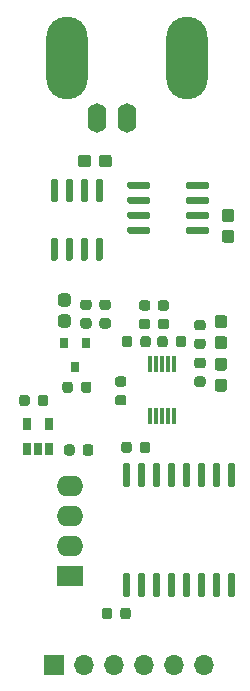
<source format=gbr>
%TF.GenerationSoftware,KiCad,Pcbnew,(5.1.10)-1*%
%TF.CreationDate,2021-07-01T21:18:45-05:00*%
%TF.ProjectId,orpMeter,6f72704d-6574-4657-922e-6b696361645f,A0*%
%TF.SameCoordinates,Original*%
%TF.FileFunction,Soldermask,Top*%
%TF.FilePolarity,Negative*%
%FSLAX46Y46*%
G04 Gerber Fmt 4.6, Leading zero omitted, Abs format (unit mm)*
G04 Created by KiCad (PCBNEW (5.1.10)-1) date 2021-07-01 21:18:45*
%MOMM*%
%LPD*%
G01*
G04 APERTURE LIST*
%ADD10O,3.500000X7.000000*%
%ADD11O,1.600000X2.500000*%
%ADD12R,0.300000X1.400000*%
%ADD13R,0.800000X0.900000*%
%ADD14O,2.250000X1.750000*%
%ADD15R,2.250000X1.750000*%
%ADD16R,0.650000X1.060000*%
%ADD17R,1.700000X1.700000*%
%ADD18O,1.700000X1.700000*%
G04 APERTURE END LIST*
D10*
%TO.C,J1*%
X136398000Y-93421200D03*
X146558000Y-93421200D03*
D11*
X141478000Y-98501200D03*
X138938000Y-98501200D03*
%TD*%
%TO.C,C1*%
G36*
G01*
X147931850Y-118065000D02*
X147419350Y-118065000D01*
G75*
G02*
X147200600Y-117846250I0J218750D01*
G01*
X147200600Y-117408750D01*
G75*
G02*
X147419350Y-117190000I218750J0D01*
G01*
X147931850Y-117190000D01*
G75*
G02*
X148150600Y-117408750I0J-218750D01*
G01*
X148150600Y-117846250D01*
G75*
G02*
X147931850Y-118065000I-218750J0D01*
G01*
G37*
G36*
G01*
X147931850Y-116490000D02*
X147419350Y-116490000D01*
G75*
G02*
X147200600Y-116271250I0J218750D01*
G01*
X147200600Y-115833750D01*
G75*
G02*
X147419350Y-115615000I218750J0D01*
G01*
X147931850Y-115615000D01*
G75*
G02*
X148150600Y-115833750I0J-218750D01*
G01*
X148150600Y-116271250D01*
G75*
G02*
X147931850Y-116490000I-218750J0D01*
G01*
G37*
%TD*%
%TO.C,C3*%
G36*
G01*
X147419350Y-120390400D02*
X147931850Y-120390400D01*
G75*
G02*
X148150600Y-120609150I0J-218750D01*
G01*
X148150600Y-121046650D01*
G75*
G02*
X147931850Y-121265400I-218750J0D01*
G01*
X147419350Y-121265400D01*
G75*
G02*
X147200600Y-121046650I0J218750D01*
G01*
X147200600Y-120609150D01*
G75*
G02*
X147419350Y-120390400I218750J0D01*
G01*
G37*
G36*
G01*
X147419350Y-118815400D02*
X147931850Y-118815400D01*
G75*
G02*
X148150600Y-119034150I0J-218750D01*
G01*
X148150600Y-119471650D01*
G75*
G02*
X147931850Y-119690400I-218750J0D01*
G01*
X147419350Y-119690400D01*
G75*
G02*
X147200600Y-119471650I0J218750D01*
G01*
X147200600Y-119034150D01*
G75*
G02*
X147419350Y-118815400I218750J0D01*
G01*
G37*
%TD*%
%TO.C,C5*%
G36*
G01*
X144063000Y-117705850D02*
X144063000Y-117193350D01*
G75*
G02*
X144281750Y-116974600I218750J0D01*
G01*
X144719250Y-116974600D01*
G75*
G02*
X144938000Y-117193350I0J-218750D01*
G01*
X144938000Y-117705850D01*
G75*
G02*
X144719250Y-117924600I-218750J0D01*
G01*
X144281750Y-117924600D01*
G75*
G02*
X144063000Y-117705850I0J218750D01*
G01*
G37*
G36*
G01*
X145638000Y-117705850D02*
X145638000Y-117193350D01*
G75*
G02*
X145856750Y-116974600I218750J0D01*
G01*
X146294250Y-116974600D01*
G75*
G02*
X146513000Y-117193350I0J-218750D01*
G01*
X146513000Y-117705850D01*
G75*
G02*
X146294250Y-117924600I-218750J0D01*
G01*
X145856750Y-117924600D01*
G75*
G02*
X145638000Y-117705850I0J218750D01*
G01*
G37*
%TD*%
%TO.C,C6*%
G36*
G01*
X141940800Y-117193350D02*
X141940800Y-117705850D01*
G75*
G02*
X141722050Y-117924600I-218750J0D01*
G01*
X141284550Y-117924600D01*
G75*
G02*
X141065800Y-117705850I0J218750D01*
G01*
X141065800Y-117193350D01*
G75*
G02*
X141284550Y-116974600I218750J0D01*
G01*
X141722050Y-116974600D01*
G75*
G02*
X141940800Y-117193350I0J-218750D01*
G01*
G37*
G36*
G01*
X143515800Y-117193350D02*
X143515800Y-117705850D01*
G75*
G02*
X143297050Y-117924600I-218750J0D01*
G01*
X142859550Y-117924600D01*
G75*
G02*
X142640800Y-117705850I0J218750D01*
G01*
X142640800Y-117193350D01*
G75*
G02*
X142859550Y-116974600I218750J0D01*
G01*
X143297050Y-116974600D01*
G75*
G02*
X143515800Y-117193350I0J-218750D01*
G01*
G37*
%TD*%
%TO.C,C7*%
G36*
G01*
X149788199Y-106195200D02*
X150338201Y-106195200D01*
G75*
G02*
X150588200Y-106445199I0J-249999D01*
G01*
X150588200Y-107070201D01*
G75*
G02*
X150338201Y-107320200I-249999J0D01*
G01*
X149788199Y-107320200D01*
G75*
G02*
X149538200Y-107070201I0J249999D01*
G01*
X149538200Y-106445199D01*
G75*
G02*
X149788199Y-106195200I249999J0D01*
G01*
G37*
G36*
G01*
X149788199Y-107970200D02*
X150338201Y-107970200D01*
G75*
G02*
X150588200Y-108220199I0J-249999D01*
G01*
X150588200Y-108845201D01*
G75*
G02*
X150338201Y-109095200I-249999J0D01*
G01*
X149788199Y-109095200D01*
G75*
G02*
X149538200Y-108845201I0J249999D01*
G01*
X149538200Y-108220199D01*
G75*
G02*
X149788199Y-107970200I249999J0D01*
G01*
G37*
%TD*%
%TO.C,C8*%
G36*
G01*
X139110600Y-102433801D02*
X139110600Y-101883799D01*
G75*
G02*
X139360599Y-101633800I249999J0D01*
G01*
X139985601Y-101633800D01*
G75*
G02*
X140235600Y-101883799I0J-249999D01*
G01*
X140235600Y-102433801D01*
G75*
G02*
X139985601Y-102683800I-249999J0D01*
G01*
X139360599Y-102683800D01*
G75*
G02*
X139110600Y-102433801I0J249999D01*
G01*
G37*
G36*
G01*
X137335600Y-102433801D02*
X137335600Y-101883799D01*
G75*
G02*
X137585599Y-101633800I249999J0D01*
G01*
X138210601Y-101633800D01*
G75*
G02*
X138460600Y-101883799I0J-249999D01*
G01*
X138460600Y-102433801D01*
G75*
G02*
X138210601Y-102683800I-249999J0D01*
G01*
X137585599Y-102683800D01*
G75*
G02*
X137335600Y-102433801I0J249999D01*
G01*
G37*
%TD*%
%TO.C,C9*%
G36*
G01*
X141015000Y-126646650D02*
X141015000Y-126134150D01*
G75*
G02*
X141233750Y-125915400I218750J0D01*
G01*
X141671250Y-125915400D01*
G75*
G02*
X141890000Y-126134150I0J-218750D01*
G01*
X141890000Y-126646650D01*
G75*
G02*
X141671250Y-126865400I-218750J0D01*
G01*
X141233750Y-126865400D01*
G75*
G02*
X141015000Y-126646650I0J218750D01*
G01*
G37*
G36*
G01*
X142590000Y-126646650D02*
X142590000Y-126134150D01*
G75*
G02*
X142808750Y-125915400I218750J0D01*
G01*
X143246250Y-125915400D01*
G75*
G02*
X143465000Y-126134150I0J-218750D01*
G01*
X143465000Y-126646650D01*
G75*
G02*
X143246250Y-126865400I-218750J0D01*
G01*
X142808750Y-126865400D01*
G75*
G02*
X142590000Y-126646650I0J218750D01*
G01*
G37*
%TD*%
%TO.C,C10*%
G36*
G01*
X141814000Y-140205750D02*
X141814000Y-140718250D01*
G75*
G02*
X141595250Y-140937000I-218750J0D01*
G01*
X141157750Y-140937000D01*
G75*
G02*
X140939000Y-140718250I0J218750D01*
G01*
X140939000Y-140205750D01*
G75*
G02*
X141157750Y-139987000I218750J0D01*
G01*
X141595250Y-139987000D01*
G75*
G02*
X141814000Y-140205750I0J-218750D01*
G01*
G37*
G36*
G01*
X140239000Y-140205750D02*
X140239000Y-140718250D01*
G75*
G02*
X140020250Y-140937000I-218750J0D01*
G01*
X139582750Y-140937000D01*
G75*
G02*
X139364000Y-140718250I0J218750D01*
G01*
X139364000Y-140205750D01*
G75*
G02*
X139582750Y-139987000I218750J0D01*
G01*
X140020250Y-139987000D01*
G75*
G02*
X140239000Y-140205750I0J-218750D01*
G01*
G37*
%TD*%
%TO.C,C11*%
G36*
G01*
X136469801Y-116258000D02*
X135919799Y-116258000D01*
G75*
G02*
X135669800Y-116008001I0J249999D01*
G01*
X135669800Y-115382999D01*
G75*
G02*
X135919799Y-115133000I249999J0D01*
G01*
X136469801Y-115133000D01*
G75*
G02*
X136719800Y-115382999I0J-249999D01*
G01*
X136719800Y-116008001D01*
G75*
G02*
X136469801Y-116258000I-249999J0D01*
G01*
G37*
G36*
G01*
X136469801Y-114483000D02*
X135919799Y-114483000D01*
G75*
G02*
X135669800Y-114233001I0J249999D01*
G01*
X135669800Y-113607999D01*
G75*
G02*
X135919799Y-113358000I249999J0D01*
G01*
X136469801Y-113358000D01*
G75*
G02*
X136719800Y-113607999I0J-249999D01*
G01*
X136719800Y-114233001D01*
G75*
G02*
X136469801Y-114483000I-249999J0D01*
G01*
G37*
%TD*%
%TO.C,R1*%
G36*
G01*
X140713750Y-120390200D02*
X141226250Y-120390200D01*
G75*
G02*
X141445000Y-120608950I0J-218750D01*
G01*
X141445000Y-121046450D01*
G75*
G02*
X141226250Y-121265200I-218750J0D01*
G01*
X140713750Y-121265200D01*
G75*
G02*
X140495000Y-121046450I0J218750D01*
G01*
X140495000Y-120608950D01*
G75*
G02*
X140713750Y-120390200I218750J0D01*
G01*
G37*
G36*
G01*
X140713750Y-121965200D02*
X141226250Y-121965200D01*
G75*
G02*
X141445000Y-122183950I0J-218750D01*
G01*
X141445000Y-122621450D01*
G75*
G02*
X141226250Y-122840200I-218750J0D01*
G01*
X140713750Y-122840200D01*
G75*
G02*
X140495000Y-122621450I0J218750D01*
G01*
X140495000Y-122183950D01*
G75*
G02*
X140713750Y-121965200I218750J0D01*
G01*
G37*
%TD*%
%TO.C,R2*%
G36*
G01*
X144833050Y-114813600D02*
X144320550Y-114813600D01*
G75*
G02*
X144101800Y-114594850I0J218750D01*
G01*
X144101800Y-114157350D01*
G75*
G02*
X144320550Y-113938600I218750J0D01*
G01*
X144833050Y-113938600D01*
G75*
G02*
X145051800Y-114157350I0J-218750D01*
G01*
X145051800Y-114594850D01*
G75*
G02*
X144833050Y-114813600I-218750J0D01*
G01*
G37*
G36*
G01*
X144833050Y-116388600D02*
X144320550Y-116388600D01*
G75*
G02*
X144101800Y-116169850I0J218750D01*
G01*
X144101800Y-115732350D01*
G75*
G02*
X144320550Y-115513600I218750J0D01*
G01*
X144833050Y-115513600D01*
G75*
G02*
X145051800Y-115732350I0J-218750D01*
G01*
X145051800Y-116169850D01*
G75*
G02*
X144833050Y-116388600I-218750J0D01*
G01*
G37*
%TD*%
%TO.C,R3*%
G36*
G01*
X143258250Y-116388600D02*
X142745750Y-116388600D01*
G75*
G02*
X142527000Y-116169850I0J218750D01*
G01*
X142527000Y-115732350D01*
G75*
G02*
X142745750Y-115513600I218750J0D01*
G01*
X143258250Y-115513600D01*
G75*
G02*
X143477000Y-115732350I0J-218750D01*
G01*
X143477000Y-116169850D01*
G75*
G02*
X143258250Y-116388600I-218750J0D01*
G01*
G37*
G36*
G01*
X143258250Y-114813600D02*
X142745750Y-114813600D01*
G75*
G02*
X142527000Y-114594850I0J218750D01*
G01*
X142527000Y-114157350D01*
G75*
G02*
X142745750Y-113938600I218750J0D01*
G01*
X143258250Y-113938600D01*
G75*
G02*
X143477000Y-114157350I0J-218750D01*
G01*
X143477000Y-114594850D01*
G75*
G02*
X143258250Y-114813600I-218750J0D01*
G01*
G37*
%TD*%
%TO.C,R4*%
G36*
G01*
X136036600Y-121566650D02*
X136036600Y-121054150D01*
G75*
G02*
X136255350Y-120835400I218750J0D01*
G01*
X136692850Y-120835400D01*
G75*
G02*
X136911600Y-121054150I0J-218750D01*
G01*
X136911600Y-121566650D01*
G75*
G02*
X136692850Y-121785400I-218750J0D01*
G01*
X136255350Y-121785400D01*
G75*
G02*
X136036600Y-121566650I0J218750D01*
G01*
G37*
G36*
G01*
X137611600Y-121566650D02*
X137611600Y-121054150D01*
G75*
G02*
X137830350Y-120835400I218750J0D01*
G01*
X138267850Y-120835400D01*
G75*
G02*
X138486600Y-121054150I0J-218750D01*
G01*
X138486600Y-121566650D01*
G75*
G02*
X138267850Y-121785400I-218750J0D01*
G01*
X137830350Y-121785400D01*
G75*
G02*
X137611600Y-121566650I0J218750D01*
G01*
G37*
%TD*%
%TO.C,R5*%
G36*
G01*
X138279850Y-116337800D02*
X137767350Y-116337800D01*
G75*
G02*
X137548600Y-116119050I0J218750D01*
G01*
X137548600Y-115681550D01*
G75*
G02*
X137767350Y-115462800I218750J0D01*
G01*
X138279850Y-115462800D01*
G75*
G02*
X138498600Y-115681550I0J-218750D01*
G01*
X138498600Y-116119050D01*
G75*
G02*
X138279850Y-116337800I-218750J0D01*
G01*
G37*
G36*
G01*
X138279850Y-114762800D02*
X137767350Y-114762800D01*
G75*
G02*
X137548600Y-114544050I0J218750D01*
G01*
X137548600Y-114106550D01*
G75*
G02*
X137767350Y-113887800I218750J0D01*
G01*
X138279850Y-113887800D01*
G75*
G02*
X138498600Y-114106550I0J-218750D01*
G01*
X138498600Y-114544050D01*
G75*
G02*
X138279850Y-114762800I-218750J0D01*
G01*
G37*
%TD*%
%TO.C,R6*%
G36*
G01*
X139392950Y-115462800D02*
X139905450Y-115462800D01*
G75*
G02*
X140124200Y-115681550I0J-218750D01*
G01*
X140124200Y-116119050D01*
G75*
G02*
X139905450Y-116337800I-218750J0D01*
G01*
X139392950Y-116337800D01*
G75*
G02*
X139174200Y-116119050I0J218750D01*
G01*
X139174200Y-115681550D01*
G75*
G02*
X139392950Y-115462800I218750J0D01*
G01*
G37*
G36*
G01*
X139392950Y-113887800D02*
X139905450Y-113887800D01*
G75*
G02*
X140124200Y-114106550I0J-218750D01*
G01*
X140124200Y-114544050D01*
G75*
G02*
X139905450Y-114762800I-218750J0D01*
G01*
X139392950Y-114762800D01*
G75*
G02*
X139174200Y-114544050I0J218750D01*
G01*
X139174200Y-114106550D01*
G75*
G02*
X139392950Y-113887800I218750J0D01*
G01*
G37*
%TD*%
D12*
%TO.C,U1*%
X145475200Y-119313600D03*
X144975200Y-119313600D03*
X144475200Y-119313600D03*
X143975200Y-119313600D03*
X143475200Y-119313600D03*
X143475200Y-123713600D03*
X143975200Y-123713600D03*
X144475200Y-123713600D03*
X144975200Y-123713600D03*
X145475200Y-123713600D03*
%TD*%
%TO.C,U2*%
G36*
G01*
X146483200Y-104366200D02*
X146483200Y-104066200D01*
G75*
G02*
X146633200Y-103916200I150000J0D01*
G01*
X148283200Y-103916200D01*
G75*
G02*
X148433200Y-104066200I0J-150000D01*
G01*
X148433200Y-104366200D01*
G75*
G02*
X148283200Y-104516200I-150000J0D01*
G01*
X146633200Y-104516200D01*
G75*
G02*
X146483200Y-104366200I0J150000D01*
G01*
G37*
G36*
G01*
X146483200Y-105636200D02*
X146483200Y-105336200D01*
G75*
G02*
X146633200Y-105186200I150000J0D01*
G01*
X148283200Y-105186200D01*
G75*
G02*
X148433200Y-105336200I0J-150000D01*
G01*
X148433200Y-105636200D01*
G75*
G02*
X148283200Y-105786200I-150000J0D01*
G01*
X146633200Y-105786200D01*
G75*
G02*
X146483200Y-105636200I0J150000D01*
G01*
G37*
G36*
G01*
X146483200Y-106906200D02*
X146483200Y-106606200D01*
G75*
G02*
X146633200Y-106456200I150000J0D01*
G01*
X148283200Y-106456200D01*
G75*
G02*
X148433200Y-106606200I0J-150000D01*
G01*
X148433200Y-106906200D01*
G75*
G02*
X148283200Y-107056200I-150000J0D01*
G01*
X146633200Y-107056200D01*
G75*
G02*
X146483200Y-106906200I0J150000D01*
G01*
G37*
G36*
G01*
X146483200Y-108176200D02*
X146483200Y-107876200D01*
G75*
G02*
X146633200Y-107726200I150000J0D01*
G01*
X148283200Y-107726200D01*
G75*
G02*
X148433200Y-107876200I0J-150000D01*
G01*
X148433200Y-108176200D01*
G75*
G02*
X148283200Y-108326200I-150000J0D01*
G01*
X146633200Y-108326200D01*
G75*
G02*
X146483200Y-108176200I0J150000D01*
G01*
G37*
G36*
G01*
X141533200Y-108176200D02*
X141533200Y-107876200D01*
G75*
G02*
X141683200Y-107726200I150000J0D01*
G01*
X143333200Y-107726200D01*
G75*
G02*
X143483200Y-107876200I0J-150000D01*
G01*
X143483200Y-108176200D01*
G75*
G02*
X143333200Y-108326200I-150000J0D01*
G01*
X141683200Y-108326200D01*
G75*
G02*
X141533200Y-108176200I0J150000D01*
G01*
G37*
G36*
G01*
X141533200Y-106906200D02*
X141533200Y-106606200D01*
G75*
G02*
X141683200Y-106456200I150000J0D01*
G01*
X143333200Y-106456200D01*
G75*
G02*
X143483200Y-106606200I0J-150000D01*
G01*
X143483200Y-106906200D01*
G75*
G02*
X143333200Y-107056200I-150000J0D01*
G01*
X141683200Y-107056200D01*
G75*
G02*
X141533200Y-106906200I0J150000D01*
G01*
G37*
G36*
G01*
X141533200Y-105636200D02*
X141533200Y-105336200D01*
G75*
G02*
X141683200Y-105186200I150000J0D01*
G01*
X143333200Y-105186200D01*
G75*
G02*
X143483200Y-105336200I0J-150000D01*
G01*
X143483200Y-105636200D01*
G75*
G02*
X143333200Y-105786200I-150000J0D01*
G01*
X141683200Y-105786200D01*
G75*
G02*
X141533200Y-105636200I0J150000D01*
G01*
G37*
G36*
G01*
X141533200Y-104366200D02*
X141533200Y-104066200D01*
G75*
G02*
X141683200Y-103916200I150000J0D01*
G01*
X143333200Y-103916200D01*
G75*
G02*
X143483200Y-104066200I0J-150000D01*
G01*
X143483200Y-104366200D01*
G75*
G02*
X143333200Y-104516200I-150000J0D01*
G01*
X141683200Y-104516200D01*
G75*
G02*
X141533200Y-104366200I0J150000D01*
G01*
G37*
%TD*%
%TO.C,U3*%
G36*
G01*
X135506600Y-110587200D02*
X135206600Y-110587200D01*
G75*
G02*
X135056600Y-110437200I0J150000D01*
G01*
X135056600Y-108787200D01*
G75*
G02*
X135206600Y-108637200I150000J0D01*
G01*
X135506600Y-108637200D01*
G75*
G02*
X135656600Y-108787200I0J-150000D01*
G01*
X135656600Y-110437200D01*
G75*
G02*
X135506600Y-110587200I-150000J0D01*
G01*
G37*
G36*
G01*
X136776600Y-110587200D02*
X136476600Y-110587200D01*
G75*
G02*
X136326600Y-110437200I0J150000D01*
G01*
X136326600Y-108787200D01*
G75*
G02*
X136476600Y-108637200I150000J0D01*
G01*
X136776600Y-108637200D01*
G75*
G02*
X136926600Y-108787200I0J-150000D01*
G01*
X136926600Y-110437200D01*
G75*
G02*
X136776600Y-110587200I-150000J0D01*
G01*
G37*
G36*
G01*
X138046600Y-110587200D02*
X137746600Y-110587200D01*
G75*
G02*
X137596600Y-110437200I0J150000D01*
G01*
X137596600Y-108787200D01*
G75*
G02*
X137746600Y-108637200I150000J0D01*
G01*
X138046600Y-108637200D01*
G75*
G02*
X138196600Y-108787200I0J-150000D01*
G01*
X138196600Y-110437200D01*
G75*
G02*
X138046600Y-110587200I-150000J0D01*
G01*
G37*
G36*
G01*
X139316600Y-110587200D02*
X139016600Y-110587200D01*
G75*
G02*
X138866600Y-110437200I0J150000D01*
G01*
X138866600Y-108787200D01*
G75*
G02*
X139016600Y-108637200I150000J0D01*
G01*
X139316600Y-108637200D01*
G75*
G02*
X139466600Y-108787200I0J-150000D01*
G01*
X139466600Y-110437200D01*
G75*
G02*
X139316600Y-110587200I-150000J0D01*
G01*
G37*
G36*
G01*
X139316600Y-105637200D02*
X139016600Y-105637200D01*
G75*
G02*
X138866600Y-105487200I0J150000D01*
G01*
X138866600Y-103837200D01*
G75*
G02*
X139016600Y-103687200I150000J0D01*
G01*
X139316600Y-103687200D01*
G75*
G02*
X139466600Y-103837200I0J-150000D01*
G01*
X139466600Y-105487200D01*
G75*
G02*
X139316600Y-105637200I-150000J0D01*
G01*
G37*
G36*
G01*
X138046600Y-105637200D02*
X137746600Y-105637200D01*
G75*
G02*
X137596600Y-105487200I0J150000D01*
G01*
X137596600Y-103837200D01*
G75*
G02*
X137746600Y-103687200I150000J0D01*
G01*
X138046600Y-103687200D01*
G75*
G02*
X138196600Y-103837200I0J-150000D01*
G01*
X138196600Y-105487200D01*
G75*
G02*
X138046600Y-105637200I-150000J0D01*
G01*
G37*
G36*
G01*
X136776600Y-105637200D02*
X136476600Y-105637200D01*
G75*
G02*
X136326600Y-105487200I0J150000D01*
G01*
X136326600Y-103837200D01*
G75*
G02*
X136476600Y-103687200I150000J0D01*
G01*
X136776600Y-103687200D01*
G75*
G02*
X136926600Y-103837200I0J-150000D01*
G01*
X136926600Y-105487200D01*
G75*
G02*
X136776600Y-105637200I-150000J0D01*
G01*
G37*
G36*
G01*
X135506600Y-105637200D02*
X135206600Y-105637200D01*
G75*
G02*
X135056600Y-105487200I0J150000D01*
G01*
X135056600Y-103837200D01*
G75*
G02*
X135206600Y-103687200I150000J0D01*
G01*
X135506600Y-103687200D01*
G75*
G02*
X135656600Y-103837200I0J-150000D01*
G01*
X135656600Y-105487200D01*
G75*
G02*
X135506600Y-105637200I-150000J0D01*
G01*
G37*
%TD*%
%TO.C,U4*%
G36*
G01*
X141602600Y-139075800D02*
X141302600Y-139075800D01*
G75*
G02*
X141152600Y-138925800I0J150000D01*
G01*
X141152600Y-137175800D01*
G75*
G02*
X141302600Y-137025800I150000J0D01*
G01*
X141602600Y-137025800D01*
G75*
G02*
X141752600Y-137175800I0J-150000D01*
G01*
X141752600Y-138925800D01*
G75*
G02*
X141602600Y-139075800I-150000J0D01*
G01*
G37*
G36*
G01*
X142872600Y-139075800D02*
X142572600Y-139075800D01*
G75*
G02*
X142422600Y-138925800I0J150000D01*
G01*
X142422600Y-137175800D01*
G75*
G02*
X142572600Y-137025800I150000J0D01*
G01*
X142872600Y-137025800D01*
G75*
G02*
X143022600Y-137175800I0J-150000D01*
G01*
X143022600Y-138925800D01*
G75*
G02*
X142872600Y-139075800I-150000J0D01*
G01*
G37*
G36*
G01*
X144142600Y-139075800D02*
X143842600Y-139075800D01*
G75*
G02*
X143692600Y-138925800I0J150000D01*
G01*
X143692600Y-137175800D01*
G75*
G02*
X143842600Y-137025800I150000J0D01*
G01*
X144142600Y-137025800D01*
G75*
G02*
X144292600Y-137175800I0J-150000D01*
G01*
X144292600Y-138925800D01*
G75*
G02*
X144142600Y-139075800I-150000J0D01*
G01*
G37*
G36*
G01*
X145412600Y-139075800D02*
X145112600Y-139075800D01*
G75*
G02*
X144962600Y-138925800I0J150000D01*
G01*
X144962600Y-137175800D01*
G75*
G02*
X145112600Y-137025800I150000J0D01*
G01*
X145412600Y-137025800D01*
G75*
G02*
X145562600Y-137175800I0J-150000D01*
G01*
X145562600Y-138925800D01*
G75*
G02*
X145412600Y-139075800I-150000J0D01*
G01*
G37*
G36*
G01*
X146682600Y-139075800D02*
X146382600Y-139075800D01*
G75*
G02*
X146232600Y-138925800I0J150000D01*
G01*
X146232600Y-137175800D01*
G75*
G02*
X146382600Y-137025800I150000J0D01*
G01*
X146682600Y-137025800D01*
G75*
G02*
X146832600Y-137175800I0J-150000D01*
G01*
X146832600Y-138925800D01*
G75*
G02*
X146682600Y-139075800I-150000J0D01*
G01*
G37*
G36*
G01*
X147952600Y-139075800D02*
X147652600Y-139075800D01*
G75*
G02*
X147502600Y-138925800I0J150000D01*
G01*
X147502600Y-137175800D01*
G75*
G02*
X147652600Y-137025800I150000J0D01*
G01*
X147952600Y-137025800D01*
G75*
G02*
X148102600Y-137175800I0J-150000D01*
G01*
X148102600Y-138925800D01*
G75*
G02*
X147952600Y-139075800I-150000J0D01*
G01*
G37*
G36*
G01*
X149222600Y-139075800D02*
X148922600Y-139075800D01*
G75*
G02*
X148772600Y-138925800I0J150000D01*
G01*
X148772600Y-137175800D01*
G75*
G02*
X148922600Y-137025800I150000J0D01*
G01*
X149222600Y-137025800D01*
G75*
G02*
X149372600Y-137175800I0J-150000D01*
G01*
X149372600Y-138925800D01*
G75*
G02*
X149222600Y-139075800I-150000J0D01*
G01*
G37*
G36*
G01*
X150492600Y-139075800D02*
X150192600Y-139075800D01*
G75*
G02*
X150042600Y-138925800I0J150000D01*
G01*
X150042600Y-137175800D01*
G75*
G02*
X150192600Y-137025800I150000J0D01*
G01*
X150492600Y-137025800D01*
G75*
G02*
X150642600Y-137175800I0J-150000D01*
G01*
X150642600Y-138925800D01*
G75*
G02*
X150492600Y-139075800I-150000J0D01*
G01*
G37*
G36*
G01*
X150492600Y-129775800D02*
X150192600Y-129775800D01*
G75*
G02*
X150042600Y-129625800I0J150000D01*
G01*
X150042600Y-127875800D01*
G75*
G02*
X150192600Y-127725800I150000J0D01*
G01*
X150492600Y-127725800D01*
G75*
G02*
X150642600Y-127875800I0J-150000D01*
G01*
X150642600Y-129625800D01*
G75*
G02*
X150492600Y-129775800I-150000J0D01*
G01*
G37*
G36*
G01*
X149222600Y-129775800D02*
X148922600Y-129775800D01*
G75*
G02*
X148772600Y-129625800I0J150000D01*
G01*
X148772600Y-127875800D01*
G75*
G02*
X148922600Y-127725800I150000J0D01*
G01*
X149222600Y-127725800D01*
G75*
G02*
X149372600Y-127875800I0J-150000D01*
G01*
X149372600Y-129625800D01*
G75*
G02*
X149222600Y-129775800I-150000J0D01*
G01*
G37*
G36*
G01*
X147952600Y-129775800D02*
X147652600Y-129775800D01*
G75*
G02*
X147502600Y-129625800I0J150000D01*
G01*
X147502600Y-127875800D01*
G75*
G02*
X147652600Y-127725800I150000J0D01*
G01*
X147952600Y-127725800D01*
G75*
G02*
X148102600Y-127875800I0J-150000D01*
G01*
X148102600Y-129625800D01*
G75*
G02*
X147952600Y-129775800I-150000J0D01*
G01*
G37*
G36*
G01*
X146682600Y-129775800D02*
X146382600Y-129775800D01*
G75*
G02*
X146232600Y-129625800I0J150000D01*
G01*
X146232600Y-127875800D01*
G75*
G02*
X146382600Y-127725800I150000J0D01*
G01*
X146682600Y-127725800D01*
G75*
G02*
X146832600Y-127875800I0J-150000D01*
G01*
X146832600Y-129625800D01*
G75*
G02*
X146682600Y-129775800I-150000J0D01*
G01*
G37*
G36*
G01*
X145412600Y-129775800D02*
X145112600Y-129775800D01*
G75*
G02*
X144962600Y-129625800I0J150000D01*
G01*
X144962600Y-127875800D01*
G75*
G02*
X145112600Y-127725800I150000J0D01*
G01*
X145412600Y-127725800D01*
G75*
G02*
X145562600Y-127875800I0J-150000D01*
G01*
X145562600Y-129625800D01*
G75*
G02*
X145412600Y-129775800I-150000J0D01*
G01*
G37*
G36*
G01*
X144142600Y-129775800D02*
X143842600Y-129775800D01*
G75*
G02*
X143692600Y-129625800I0J150000D01*
G01*
X143692600Y-127875800D01*
G75*
G02*
X143842600Y-127725800I150000J0D01*
G01*
X144142600Y-127725800D01*
G75*
G02*
X144292600Y-127875800I0J-150000D01*
G01*
X144292600Y-129625800D01*
G75*
G02*
X144142600Y-129775800I-150000J0D01*
G01*
G37*
G36*
G01*
X142872600Y-129775800D02*
X142572600Y-129775800D01*
G75*
G02*
X142422600Y-129625800I0J150000D01*
G01*
X142422600Y-127875800D01*
G75*
G02*
X142572600Y-127725800I150000J0D01*
G01*
X142872600Y-127725800D01*
G75*
G02*
X143022600Y-127875800I0J-150000D01*
G01*
X143022600Y-129625800D01*
G75*
G02*
X142872600Y-129775800I-150000J0D01*
G01*
G37*
G36*
G01*
X141602600Y-129775800D02*
X141302600Y-129775800D01*
G75*
G02*
X141152600Y-129625800I0J150000D01*
G01*
X141152600Y-127875800D01*
G75*
G02*
X141302600Y-127725800I150000J0D01*
G01*
X141602600Y-127725800D01*
G75*
G02*
X141752600Y-127875800I0J-150000D01*
G01*
X141752600Y-129625800D01*
G75*
G02*
X141602600Y-129775800I-150000J0D01*
G01*
G37*
%TD*%
D13*
%TO.C,U5*%
X138059200Y-117567200D03*
X136159200Y-117567200D03*
X137109200Y-119567200D03*
%TD*%
D14*
%TO.C,U6*%
X136702800Y-129692400D03*
X136702800Y-132232400D03*
X136702800Y-134772400D03*
D15*
X136702800Y-137312400D03*
%TD*%
%TO.C,C12*%
G36*
G01*
X133954000Y-122684250D02*
X133954000Y-122171750D01*
G75*
G02*
X134172750Y-121953000I218750J0D01*
G01*
X134610250Y-121953000D01*
G75*
G02*
X134829000Y-122171750I0J-218750D01*
G01*
X134829000Y-122684250D01*
G75*
G02*
X134610250Y-122903000I-218750J0D01*
G01*
X134172750Y-122903000D01*
G75*
G02*
X133954000Y-122684250I0J218750D01*
G01*
G37*
G36*
G01*
X132379000Y-122684250D02*
X132379000Y-122171750D01*
G75*
G02*
X132597750Y-121953000I218750J0D01*
G01*
X133035250Y-121953000D01*
G75*
G02*
X133254000Y-122171750I0J-218750D01*
G01*
X133254000Y-122684250D01*
G75*
G02*
X133035250Y-122903000I-218750J0D01*
G01*
X132597750Y-122903000D01*
G75*
G02*
X132379000Y-122684250I0J218750D01*
G01*
G37*
%TD*%
%TO.C,C13*%
G36*
G01*
X136189000Y-126875250D02*
X136189000Y-126362750D01*
G75*
G02*
X136407750Y-126144000I218750J0D01*
G01*
X136845250Y-126144000D01*
G75*
G02*
X137064000Y-126362750I0J-218750D01*
G01*
X137064000Y-126875250D01*
G75*
G02*
X136845250Y-127094000I-218750J0D01*
G01*
X136407750Y-127094000D01*
G75*
G02*
X136189000Y-126875250I0J218750D01*
G01*
G37*
G36*
G01*
X137764000Y-126875250D02*
X137764000Y-126362750D01*
G75*
G02*
X137982750Y-126144000I218750J0D01*
G01*
X138420250Y-126144000D01*
G75*
G02*
X138639000Y-126362750I0J-218750D01*
G01*
X138639000Y-126875250D01*
G75*
G02*
X138420250Y-127094000I-218750J0D01*
G01*
X137982750Y-127094000D01*
G75*
G02*
X137764000Y-126875250I0J218750D01*
G01*
G37*
%TD*%
D16*
%TO.C,U7*%
X133035000Y-126576000D03*
X133985000Y-126576000D03*
X134935000Y-126576000D03*
X134935000Y-124376000D03*
X133035000Y-124376000D03*
%TD*%
D17*
%TO.C,J2*%
X135280400Y-144780000D03*
D18*
X137820400Y-144780000D03*
X140360400Y-144780000D03*
X142900400Y-144780000D03*
X145440400Y-144780000D03*
X147980400Y-144780000D03*
%TD*%
%TO.C,C2*%
G36*
G01*
X149728601Y-118086800D02*
X149178599Y-118086800D01*
G75*
G02*
X148928600Y-117836801I0J249999D01*
G01*
X148928600Y-117211799D01*
G75*
G02*
X149178599Y-116961800I249999J0D01*
G01*
X149728601Y-116961800D01*
G75*
G02*
X149978600Y-117211799I0J-249999D01*
G01*
X149978600Y-117836801D01*
G75*
G02*
X149728601Y-118086800I-249999J0D01*
G01*
G37*
G36*
G01*
X149728601Y-116311800D02*
X149178599Y-116311800D01*
G75*
G02*
X148928600Y-116061801I0J249999D01*
G01*
X148928600Y-115436799D01*
G75*
G02*
X149178599Y-115186800I249999J0D01*
G01*
X149728601Y-115186800D01*
G75*
G02*
X149978600Y-115436799I0J-249999D01*
G01*
X149978600Y-116061801D01*
G75*
G02*
X149728601Y-116311800I-249999J0D01*
G01*
G37*
%TD*%
%TO.C,C4*%
G36*
G01*
X149178599Y-120568600D02*
X149728601Y-120568600D01*
G75*
G02*
X149978600Y-120818599I0J-249999D01*
G01*
X149978600Y-121443601D01*
G75*
G02*
X149728601Y-121693600I-249999J0D01*
G01*
X149178599Y-121693600D01*
G75*
G02*
X148928600Y-121443601I0J249999D01*
G01*
X148928600Y-120818599D01*
G75*
G02*
X149178599Y-120568600I249999J0D01*
G01*
G37*
G36*
G01*
X149178599Y-118793600D02*
X149728601Y-118793600D01*
G75*
G02*
X149978600Y-119043599I0J-249999D01*
G01*
X149978600Y-119668601D01*
G75*
G02*
X149728601Y-119918600I-249999J0D01*
G01*
X149178599Y-119918600D01*
G75*
G02*
X148928600Y-119668601I0J249999D01*
G01*
X148928600Y-119043599D01*
G75*
G02*
X149178599Y-118793600I249999J0D01*
G01*
G37*
%TD*%
M02*

</source>
